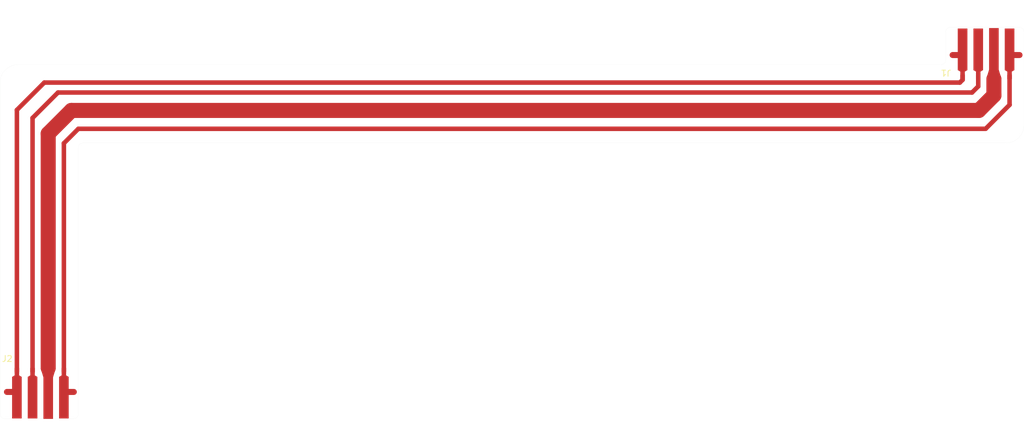
<source format=kicad_pcb>
(kicad_pcb (version 20240108) (generator "pcbnew") (generator_version "8.0")
  (layers (0 "F.Cu" signal) (31 "B.Cu" signal) (34 "B.Paste" user) (35 "F.Paste" user) (36 "B.SilkS" user "B.Silkscreen") (37 "F.SilkS" user "F.Silkscreen") (38 "B.Mask" user) (39 "F.Mask" user) (44 "Edge.Cuts" user))
  (net 0 "")
  (net 1 "Net-(J1-Pin_3)")
  (net 2 "Net-(J1-Pin_4)")
  (net 3 "Net-(J1-Pin_2)")
  (net 4 "Net-(J1-Pin_1)")
  (footprint "custom:ibm-tape-connector" (layer "F.Cu") (at 233.45 56.314864 180)
    (property "Reference" "J1" (at 6.45 -2.960136 180) (layer "F.SilkS"))
    (property "Value" "Conn_01x04_Pin")
    (pad "1" smd custom (at 3.7 -3.360136 180) (size 0.75 1.2422) (layers "F.Cu" "F.Paste" "F.Mask") (net 4 "Net-(J1-Pin_1)") (options (clearance outline) (anchor rect)) (primitives (gr_poly (pts (xy -0.375 -0.6211) (xy 0.375 -0.6211) (xy 0.375 0.6211) (xy 0.8 0.8711) (xy 0.8 2.8711) (arc (start 1.65 2.8711) (mid 2.15 3.3711) (end 1.65 3.8711)) (xy 0.8 3.8711) (xy 0.8 7.7711) (xy -0.8 7.7711) (xy -0.8 0.8711) (xy -0.375 0.6211)) (width 0) (fill yes))))
    (pad "2" smd custom (at 1.1 -3.360136 180) (size 0.75 1.2422) (layers "F.Cu" "F.Paste" "F.Mask") (net 3 "Net-(J1-Pin_2)") (options (clearance outline) (anchor rect)) (primitives (gr_poly (pts (xy -0.375 0.6211) (xy -0.8 0.8711) (xy -0.8 7.7711) (xy 0.8 7.7711) (xy 0.8 0.8711) (xy 0.375 0.6211) (xy 0.375 -0.6211) (xy -0.375 -0.6211)) (width 0) (fill yes))))
    (pad "3" smd custom (at -1.5 -3.98) (size 1.128716 1.128716) (drill (offset 0 -0.85)) (layers "F.Cu" "F.Paste" "F.Mask") (net 1 "Net-(J1-Pin_3)") (options (clearance outline) (anchor circle)) (primitives (gr_poly (pts (xy 0.8 -0.720964) (xy 0.8 -7.620964) (xy -0.8 -7.620964) (xy -0.8 -0.720964) (xy -1.25 0.771236) (xy 1.25 0.771236)) (width 0) (fill yes))))
    (pad "4" smd custom (at -4.1 -3.360136 180) (size 0.75 1.2422) (layers "F.Cu" "F.Paste" "F.Mask") (net 2 "Net-(J1-Pin_4)") (options (clearance outline) (anchor rect)) (primitives (gr_poly (pts (xy -0.375 0.6211) (xy -0.8 0.8711) (xy -0.8 2.8711) (arc (start -1.65 2.8711) (mid -2.15 3.3711) (end -1.65 3.8711)) (xy -0.8 3.8711) (xy -0.8 7.7711) (xy 0.8 7.7711) (xy 0.8 0.8711) (xy 0.375 0.6211) (xy 0.375 -0.6211) (xy -0.375 -0.6211)) (width 0) (fill yes))))
  )
  (footprint "custom:ibm-tape-connector-flipped" (layer "F.Cu") (at 76.85 112.225)
    (property "Reference" "J2" (at -5.7 -5.5 0) (layer "F.SilkS"))
    (property "Value" "Conn_01x04_Pin")
    (pad "1" smd custom (at -4.1 -3.360136) (size 0.75 1.2422) (layers "F.Cu" "F.Paste" "F.Mask") (net 4 "Net-(J1-Pin_1)") (options (clearance outline) (anchor rect)) (primitives (gr_poly (pts (xy 0.375 -0.6211) (xy -0.375 -0.6211) (xy -0.375 0.6211) (xy -0.8 0.8711) (xy -0.8 2.8711) (arc (start -1.65 2.8711) (mid -2.15 3.3711) (end -1.65 3.8711)) (xy -0.8 3.8711) (xy -0.8 7.7711) (xy 0.8 7.7711) (xy 0.8 0.8711) (xy 0.375 0.6211)) (width 0) (fill yes))))
    (pad "2" smd custom (at -1.5 -3.360136) (size 0.75 1.2422) (layers "F.Cu" "F.Paste" "F.Mask") (net 3 "Net-(J1-Pin_2)") (options (clearance outline) (anchor rect)) (primitives (gr_poly (pts (xy 0.375 0.6211) (xy 0.8 0.8711) (xy 0.8 7.7711) (xy -0.8 7.7711) (xy -0.8 0.8711) (xy -0.375 0.6211) (xy -0.375 -0.6211) (xy 0.375 -0.6211)) (width 0) (fill yes))))
    (pad "3" smd custom (at 1.1 -3.98 180) (size 1.128716 1.128716) (drill (offset 0 -0.85)) (layers "F.Cu" "F.Paste" "F.Mask") (net 1 "Net-(J1-Pin_3)") (options (clearance outline) (anchor circle)) (primitives (gr_poly (pts (xy -0.8 -0.720964) (xy -0.8 -7.620964) (xy 0.8 -7.620964) (xy 0.8 -0.720964) (xy 1.25 0.771236) (xy -1.25 0.771236)) (width 0) (fill yes))))
    (pad "4" smd custom (at 3.7 -3.360136) (size 0.75 1.2422) (layers "F.Cu" "F.Paste" "F.Mask") (net 2 "Net-(J1-Pin_4)") (options (clearance outline) (anchor rect)) (primitives (gr_poly (pts (xy 0.375 0.6211) (xy 0.8 0.8711) (xy 0.8 2.8711) (arc (start 1.65 2.8711) (mid 2.15 3.3711) (end 1.65 3.8711)) (xy 0.8 3.8711) (xy 0.8 7.7711) (xy -0.8 7.7711) (xy -0.8 0.8711) (xy -0.375 0.6211) (xy -0.375 -0.6211) (xy 0.375 -0.6211)) (width 0) (fill yes))))
  )
  (gr_arc (start 70.7 116.65) (mid 70.16967 116.43033) (end 69.95 115.9) (stroke (width 0.01)) (layer "Edge.Cuts"))
  (gr_arc (start 226.95 57.15) (mid 226.73033 57.68033) (end 226.2 57.9) (stroke (width 0.01)) (layer "Edge.Cuts"))
  (gr_arc (start 226.95 52.45) (mid 227.16967 51.91967) (end 227.7 51.7) (stroke (width 0.01)) (layer "Edge.Cuts"))
  (gr_arc (start 82.95 71.65) (mid 83.16967 71.11967) (end 83.7 70.9) (stroke (width 0.01)) (layer "Edge.Cuts"))
  (gr_line (start 70.7 116.65) (end 82.2 116.65) (stroke (width 0.01)) (layer "Edge.Cuts"))
  (gr_arc (start 82.95 115.9) (mid 82.73033 116.43033) (end 82.2 116.65) (stroke (width 0.01)) (layer "Edge.Cuts"))
  (gr_arc (start 69.95 60.9) (mid 70.82868 58.77868) (end 72.95 57.9) (stroke (width 0.01)) (layer "Edge.Cuts"))
  (gr_line (start 226.95 52.45) (end 226.95 57.15) (stroke (width 0.01)) (layer "Edge.Cuts"))
  (gr_line (start 239.95 67.9) (end 239.95 52.45) (stroke (width 0.01)) (layer "Edge.Cuts"))
  (gr_line (start 83.7 70.9) (end 236.95 70.9) (stroke (width 0.01)) (layer "Edge.Cuts"))
  (gr_arc (start 239.2 51.7) (mid 239.73033 51.91967) (end 239.95 52.45) (stroke (width 0.01)) (layer "Edge.Cuts"))
  (gr_line (start 227.7 51.7) (end 239.2 51.7) (stroke (width 0.01)) (layer "Edge.Cuts"))
  (gr_line (start 82.95 115.9) (end 82.95 71.65) (stroke (width 0.01)) (layer "Edge.Cuts"))
  (gr_arc (start 239.95 67.9) (mid 239.07132 70.02132) (end 236.95 70.9) (stroke (width 0.01)) (layer "Edge.Cuts"))
  (gr_line (start 226.2 57.9) (end 72.95 57.9) (stroke (width 0.01)) (layer "Edge.Cuts"))
  (gr_line (start 69.95 60.9) (end 69.95 115.9) (stroke (width 0.01)) (layer "Edge.Cuts"))
  (segment (start 77.95 108.245) (end 77.95 69.35) (width 2.5) (layer "F.Cu") (net 1))
  (segment (start 81.8 65.5) (end 232.45 65.5) (width 2.5) (layer "F.Cu") (net 1))
  (segment (start 77.95 69.35) (end 81.8 65.5) (width 2.5) (layer "F.Cu") (net 1))
  (segment (start 234.95 63) (end 234.95 60.294864) (width 2.5) (layer "F.Cu") (net 1))
  (segment (start 232.45 65.5) (end 234.95 63) (width 2.5) (layer "F.Cu") (net 1))
  (segment (start 80.55 70.95) (end 80.55 108.864864) (width 0.75) (layer "F.Cu") (net 2))
  (segment (start 233.575 68.55) (end 82.95 68.55) (width 0.75) (layer "F.Cu") (net 2))
  (segment (start 237.55 59.675) (end 237.55 64.575) (width 0.75) (layer "F.Cu") (net 2))
  (segment (start 82.95 68.55) (end 80.55 70.95) (width 0.75) (layer "F.Cu") (net 2))
  (segment (start 237.55 64.575) (end 233.575 68.55) (width 0.75) (layer "F.Cu") (net 2))
  (segment (start 231.325 62.525) (end 232.35 61.5) (width 0.75) (layer "F.Cu") (net 3))
  (segment (start 232.35 61.5) (end 232.35 59.675) (width 0.75) (layer "F.Cu") (net 3))
  (segment (start 79.575 62.525) (end 231.325 62.525) (width 0.75) (layer "F.Cu") (net 3))
  (segment (start 75.35 66.75) (end 79.575 62.525) (width 0.75) (layer "F.Cu") (net 3))
  (segment (start 75.35 66.75) (end 75.35 108.864864) (width 0.75) (layer "F.Cu") (net 3))
  (segment (start 72.75 65.425) (end 77.3 60.875) (width 0.75) (layer "F.Cu") (net 4))
  (segment (start 72.75 108.864864) (end 72.75 65.425) (width 0.75) (layer "F.Cu") (net 4))
  (segment (start 229.3 60.875) (end 229.75 60.425) (width 0.75) (layer "F.Cu") (net 4))
  (segment (start 77.3 60.875) (end 229.3 60.875) (width 0.75) (layer "F.Cu") (net 4))
  (segment (start 229.75 60.425) (end 229.75 59.675) (width 0.75) (layer "F.Cu") (net 4))
)
</source>
